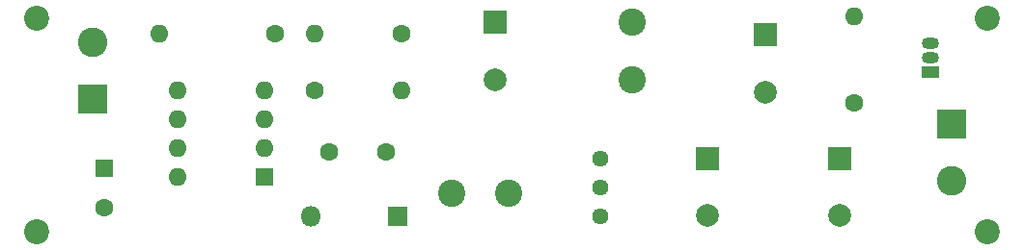
<source format=gbs>
%TF.GenerationSoftware,KiCad,Pcbnew,(5.1.12)-1*%
%TF.CreationDate,2022-12-12T11:43:11+01:00*%
%TF.ProjectId,MC34063_buck,4d433334-3036-4335-9f62-75636b2e6b69,rev?*%
%TF.SameCoordinates,Original*%
%TF.FileFunction,Soldermask,Bot*%
%TF.FilePolarity,Negative*%
%FSLAX46Y46*%
G04 Gerber Fmt 4.6, Leading zero omitted, Abs format (unit mm)*
G04 Created by KiCad (PCBNEW (5.1.12)-1) date 2022-12-12 11:43:11*
%MOMM*%
%LPD*%
G01*
G04 APERTURE LIST*
%ADD10C,1.600000*%
%ADD11R,1.800000X1.800000*%
%ADD12O,1.800000X1.800000*%
%ADD13C,2.600000*%
%ADD14R,2.600000X2.600000*%
%ADD15C,2.400000*%
%ADD16O,1.500000X1.050000*%
%ADD17R,1.500000X1.050000*%
%ADD18O,1.600000X1.600000*%
%ADD19C,1.440000*%
%ADD20R,1.600000X1.600000*%
%ADD21R,2.000000X2.000000*%
%ADD22C,2.000000*%
%ADD23C,2.200000*%
G04 APERTURE END LIST*
D10*
%TO.C,C2*%
X73200000Y-73400000D03*
X78200000Y-73400000D03*
%TD*%
D11*
%TO.C,D1*%
X79200000Y-79100000D03*
D12*
X71580000Y-79100000D03*
%TD*%
D13*
%TO.C,J1*%
X52500000Y-63700000D03*
D14*
X52500000Y-68700000D03*
%TD*%
%TO.C,J2*%
X127800000Y-70900000D03*
D13*
X127800000Y-75900000D03*
%TD*%
D15*
%TO.C,L1*%
X84000000Y-77000000D03*
X89000000Y-77000000D03*
%TD*%
%TO.C,L2*%
X99800000Y-67000000D03*
X99800000Y-62000000D03*
%TD*%
D16*
%TO.C,Q1*%
X126000000Y-65130000D03*
X126000000Y-63860000D03*
D17*
X126000000Y-66400000D03*
%TD*%
D10*
%TO.C,R1*%
X68500000Y-63000000D03*
D18*
X58340000Y-63000000D03*
%TD*%
D10*
%TO.C,R2*%
X79600000Y-63000000D03*
D18*
X71980000Y-63000000D03*
%TD*%
D10*
%TO.C,R4*%
X72000000Y-68000000D03*
D18*
X79620000Y-68000000D03*
%TD*%
%TO.C,R5*%
X119300000Y-61480000D03*
D10*
X119300000Y-69100000D03*
%TD*%
D19*
%TO.C,RV1*%
X97000000Y-74000000D03*
X97000000Y-76540000D03*
X97000000Y-79080000D03*
%TD*%
D20*
%TO.C,U1*%
X67600000Y-75600000D03*
D18*
X59980000Y-67980000D03*
X67600000Y-73060000D03*
X59980000Y-70520000D03*
X67600000Y-70520000D03*
X59980000Y-73060000D03*
X67600000Y-67980000D03*
X59980000Y-75600000D03*
%TD*%
D21*
%TO.C,C3*%
X87800000Y-62000000D03*
D22*
X87800000Y-67000000D03*
%TD*%
%TO.C,C4*%
X106400000Y-79000000D03*
D21*
X106400000Y-74000000D03*
%TD*%
D22*
%TO.C,C5*%
X111500000Y-68100000D03*
D21*
X111500000Y-63100000D03*
%TD*%
%TO.C,C6*%
X118000000Y-74000000D03*
D22*
X118000000Y-79000000D03*
%TD*%
D23*
%TO.C,H1*%
X47600000Y-80400000D03*
%TD*%
%TO.C,H2*%
X47600000Y-61600000D03*
%TD*%
%TO.C,H3*%
X131000000Y-61600000D03*
%TD*%
%TO.C,H4*%
X131000000Y-80400000D03*
%TD*%
D20*
%TO.C,C1*%
X53500000Y-74800000D03*
D10*
X53500000Y-78300000D03*
%TD*%
M02*

</source>
